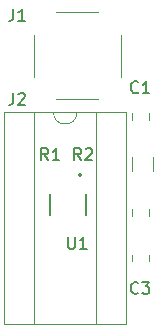
<source format=gbr>
G04 #@! TF.GenerationSoftware,KiCad,Pcbnew,(5.1.4)-1*
G04 #@! TF.CreationDate,2019-10-02T12:40:23-04:00*
G04 #@! TF.ProjectId,clock_buffer,636c6f63-6b5f-4627-9566-6665722e6b69,rev?*
G04 #@! TF.SameCoordinates,Original*
G04 #@! TF.FileFunction,Legend,Top*
G04 #@! TF.FilePolarity,Positive*
%FSLAX46Y46*%
G04 Gerber Fmt 4.6, Leading zero omitted, Abs format (unit mm)*
G04 Created by KiCad (PCBNEW (5.1.4)-1) date 2019-10-02 12:40:23*
%MOMM*%
%LPD*%
G04 APERTURE LIST*
%ADD10C,0.120000*%
%ADD11C,0.200000*%
%ADD12C,0.127000*%
%ADD13C,0.150000*%
%ADD14C,0.050000*%
G04 APERTURE END LIST*
D10*
X155754000Y-106675422D02*
X155754000Y-107192578D01*
X157174000Y-106675422D02*
X157174000Y-107192578D01*
D11*
X151468000Y-99862000D02*
G75*
G03X151468000Y-99862000I-100000J0D01*
G01*
D12*
X148838000Y-101482000D02*
X148838000Y-103242000D01*
X151898000Y-101482000D02*
X151898000Y-103242000D01*
D10*
X155754000Y-102786922D02*
X155754000Y-103304078D01*
X157174000Y-102786922D02*
X157174000Y-103304078D01*
X157174000Y-95176078D02*
X157174000Y-94658922D01*
X155754000Y-95176078D02*
X155754000Y-94658922D01*
X155744500Y-98333936D02*
X155744500Y-99538064D01*
X157564500Y-98333936D02*
X157564500Y-99538064D01*
X155254000Y-94495000D02*
X144974000Y-94495000D01*
X155254000Y-112515000D02*
X155254000Y-94495000D01*
X144974000Y-112515000D02*
X155254000Y-112515000D01*
X144974000Y-94495000D02*
X144974000Y-112515000D01*
X152764000Y-94555000D02*
X151114000Y-94555000D01*
X152764000Y-112455000D02*
X152764000Y-94555000D01*
X147464000Y-112455000D02*
X152764000Y-112455000D01*
X147464000Y-94555000D02*
X147464000Y-112455000D01*
X149114000Y-94555000D02*
X147464000Y-94555000D01*
X151114000Y-94555000D02*
G75*
G02X149114000Y-94555000I-1000000J0D01*
G01*
X149330000Y-86109000D02*
X152930000Y-86109000D01*
X149330000Y-93469000D02*
X152930000Y-93469000D01*
X154810000Y-87989000D02*
X154810000Y-91589000D01*
X147450000Y-87989000D02*
X147450000Y-91589000D01*
D13*
X156297333Y-109831142D02*
X156249714Y-109878761D01*
X156106857Y-109926380D01*
X156011619Y-109926380D01*
X155868761Y-109878761D01*
X155773523Y-109783523D01*
X155725904Y-109688285D01*
X155678285Y-109497809D01*
X155678285Y-109354952D01*
X155725904Y-109164476D01*
X155773523Y-109069238D01*
X155868761Y-108974000D01*
X156011619Y-108926380D01*
X156106857Y-108926380D01*
X156249714Y-108974000D01*
X156297333Y-109021619D01*
X156630666Y-108926380D02*
X157249714Y-108926380D01*
X156916380Y-109307333D01*
X157059238Y-109307333D01*
X157154476Y-109354952D01*
X157202095Y-109402571D01*
X157249714Y-109497809D01*
X157249714Y-109735904D01*
X157202095Y-109831142D01*
X157154476Y-109878761D01*
X157059238Y-109926380D01*
X156773523Y-109926380D01*
X156678285Y-109878761D01*
X156630666Y-109831142D01*
X151471333Y-98596380D02*
X151138000Y-98120190D01*
X150899904Y-98596380D02*
X150899904Y-97596380D01*
X151280857Y-97596380D01*
X151376095Y-97644000D01*
X151423714Y-97691619D01*
X151471333Y-97786857D01*
X151471333Y-97929714D01*
X151423714Y-98024952D01*
X151376095Y-98072571D01*
X151280857Y-98120190D01*
X150899904Y-98120190D01*
X151852285Y-97691619D02*
X151899904Y-97644000D01*
X151995142Y-97596380D01*
X152233238Y-97596380D01*
X152328476Y-97644000D01*
X152376095Y-97691619D01*
X152423714Y-97786857D01*
X152423714Y-97882095D01*
X152376095Y-98024952D01*
X151804666Y-98596380D01*
X152423714Y-98596380D01*
X148677333Y-98596380D02*
X148344000Y-98120190D01*
X148105904Y-98596380D02*
X148105904Y-97596380D01*
X148486857Y-97596380D01*
X148582095Y-97644000D01*
X148629714Y-97691619D01*
X148677333Y-97786857D01*
X148677333Y-97929714D01*
X148629714Y-98024952D01*
X148582095Y-98072571D01*
X148486857Y-98120190D01*
X148105904Y-98120190D01*
X149629714Y-98596380D02*
X149058285Y-98596380D01*
X149344000Y-98596380D02*
X149344000Y-97596380D01*
X149248761Y-97739238D01*
X149153523Y-97834476D01*
X149058285Y-97882095D01*
X150368095Y-105116380D02*
X150368095Y-105925904D01*
X150415714Y-106021142D01*
X150463333Y-106068761D01*
X150558571Y-106116380D01*
X150749047Y-106116380D01*
X150844285Y-106068761D01*
X150891904Y-106021142D01*
X150939523Y-105925904D01*
X150939523Y-105116380D01*
X151939523Y-106116380D02*
X151368095Y-106116380D01*
X151653809Y-106116380D02*
X151653809Y-105116380D01*
X151558571Y-105259238D01*
X151463333Y-105354476D01*
X151368095Y-105402095D01*
D14*
D13*
X156297333Y-92846642D02*
X156249714Y-92894261D01*
X156106857Y-92941880D01*
X156011619Y-92941880D01*
X155868761Y-92894261D01*
X155773523Y-92799023D01*
X155725904Y-92703785D01*
X155678285Y-92513309D01*
X155678285Y-92370452D01*
X155725904Y-92179976D01*
X155773523Y-92084738D01*
X155868761Y-91989500D01*
X156011619Y-91941880D01*
X156106857Y-91941880D01*
X156249714Y-91989500D01*
X156297333Y-92037119D01*
X157249714Y-92941880D02*
X156678285Y-92941880D01*
X156964000Y-92941880D02*
X156964000Y-91941880D01*
X156868761Y-92084738D01*
X156773523Y-92179976D01*
X156678285Y-92227595D01*
X145716666Y-92924380D02*
X145716666Y-93638666D01*
X145669047Y-93781523D01*
X145573809Y-93876761D01*
X145430952Y-93924380D01*
X145335714Y-93924380D01*
X146145238Y-93019619D02*
X146192857Y-92972000D01*
X146288095Y-92924380D01*
X146526190Y-92924380D01*
X146621428Y-92972000D01*
X146669047Y-93019619D01*
X146716666Y-93114857D01*
X146716666Y-93210095D01*
X146669047Y-93352952D01*
X146097619Y-93924380D01*
X146716666Y-93924380D01*
X145716666Y-85812380D02*
X145716666Y-86526666D01*
X145669047Y-86669523D01*
X145573809Y-86764761D01*
X145430952Y-86812380D01*
X145335714Y-86812380D01*
X146716666Y-86812380D02*
X146145238Y-86812380D01*
X146430952Y-86812380D02*
X146430952Y-85812380D01*
X146335714Y-85955238D01*
X146240476Y-86050476D01*
X146145238Y-86098095D01*
M02*

</source>
